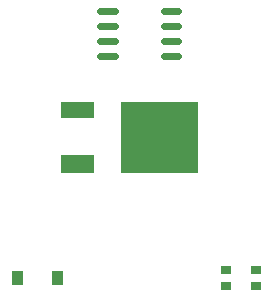
<source format=gtp>
G04 Layer: TopPasteMaskLayer*
G04 EasyEDA v6.4.25, 2021-10-17T11:29:02+03:00*
G04 a1471bc6611e4e73a61749ba241ce28d,91e0e8a571584a8f85f685312bed6ac2,10*
G04 Gerber Generator version 0.2*
G04 Scale: 100 percent, Rotated: No, Reflected: No *
G04 Dimensions in millimeters *
G04 leading zeros omitted , absolute positions ,4 integer and 5 decimal *
%FSLAX45Y45*%
%MOMM*%

%ADD11C,0.6300*%
%ADD13R,0.9000X0.8000*%

%LPD*%
D11*
X1755899Y-1828800D02*
G01*
X1879399Y-1828800D01*
X1755899Y-1701800D02*
G01*
X1879399Y-1701800D01*
X1755899Y-1574800D02*
G01*
X1879399Y-1574800D01*
X1755899Y-1447800D02*
G01*
X1879399Y-1447800D01*
X1219400Y-1828800D02*
G01*
X1342900Y-1828800D01*
X1219400Y-1701800D02*
G01*
X1342900Y-1701800D01*
X1219400Y-1574800D02*
G01*
X1342900Y-1574800D01*
X1219400Y-1447800D02*
G01*
X1342900Y-1447800D01*
D13*
G01*
X2540000Y-3638397D03*
G01*
X2540000Y-3778402D03*
G01*
X2286000Y-3638397D03*
G01*
X2286000Y-3778402D03*
G36*
X807539Y-3650899D02*
G01*
X902540Y-3650899D01*
X902540Y-3765900D01*
X807539Y-3765900D01*
G37*
G36*
X469059Y-3650899D02*
G01*
X564060Y-3650899D01*
X564060Y-3765900D01*
X469059Y-3765900D01*
G37*
G36*
X1394104Y-2216335D02*
G01*
X2044105Y-2216335D01*
X2044105Y-2816334D01*
X1394104Y-2816334D01*
G37*
G36*
X884085Y-2218108D02*
G01*
X1164084Y-2218108D01*
X1164084Y-2353109D01*
X884085Y-2353109D01*
G37*
G36*
X884085Y-2668605D02*
G01*
X1164084Y-2668605D01*
X1164084Y-2818607D01*
X884085Y-2818607D01*
G37*
M02*

</source>
